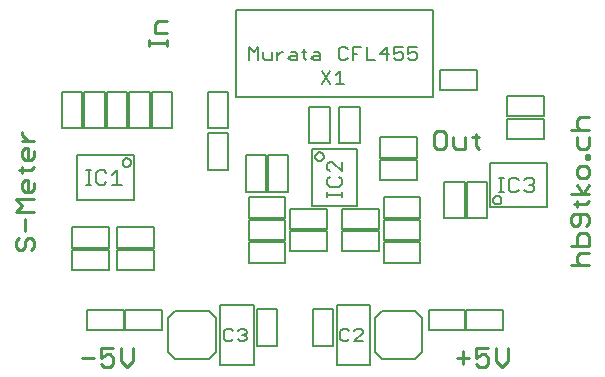
<source format=gto>
G75*
%MOIN*%
%OFA0B0*%
%FSLAX25Y25*%
%IPPOS*%
%LPD*%
%AMOC8*
5,1,8,0,0,1.08239X$1,22.5*
%
%ADD10C,0.00900*%
%ADD11C,0.00591*%
%ADD12C,0.00700*%
%ADD13C,0.00500*%
D10*
X0051251Y0033434D02*
X0055321Y0033434D01*
X0057696Y0033434D02*
X0057696Y0036486D01*
X0061767Y0036486D01*
X0060749Y0034451D02*
X0059731Y0034451D01*
X0057696Y0033434D01*
X0060749Y0034451D02*
X0061767Y0033434D01*
X0061767Y0031399D01*
X0060749Y0030381D01*
X0058714Y0030381D01*
X0057696Y0031399D01*
X0064142Y0032416D02*
X0066177Y0030381D01*
X0068212Y0032416D01*
X0068212Y0036486D01*
X0064142Y0036486D02*
X0064142Y0032416D01*
X0034313Y0069144D02*
X0035330Y0070161D01*
X0035330Y0072196D01*
X0034313Y0073214D01*
X0033295Y0073214D01*
X0032278Y0072196D01*
X0032278Y0070161D01*
X0031260Y0069144D01*
X0030243Y0069144D01*
X0029225Y0070161D01*
X0029225Y0072196D01*
X0030243Y0073214D01*
X0032278Y0075589D02*
X0032278Y0079659D01*
X0035330Y0082035D02*
X0029225Y0082035D01*
X0031260Y0084070D01*
X0029225Y0086105D01*
X0035330Y0086105D01*
X0034313Y0088480D02*
X0032278Y0088480D01*
X0031260Y0089498D01*
X0031260Y0091533D01*
X0032278Y0092550D01*
X0033295Y0092550D01*
X0033295Y0088480D01*
X0034313Y0088480D02*
X0035330Y0089498D01*
X0035330Y0091533D01*
X0034313Y0095943D02*
X0030243Y0095943D01*
X0031260Y0094926D02*
X0031260Y0096961D01*
X0032278Y0099223D02*
X0031260Y0100240D01*
X0031260Y0102275D01*
X0032278Y0103293D01*
X0033295Y0103293D01*
X0033295Y0099223D01*
X0032278Y0099223D02*
X0034313Y0099223D01*
X0035330Y0100240D01*
X0035330Y0102275D01*
X0035330Y0105668D02*
X0031260Y0105668D01*
X0033295Y0105668D02*
X0031260Y0107703D01*
X0031260Y0108721D01*
X0035330Y0096961D02*
X0034313Y0095943D01*
X0073664Y0137260D02*
X0073664Y0139295D01*
X0073664Y0138277D02*
X0079769Y0138277D01*
X0079769Y0137260D02*
X0079769Y0139295D01*
X0079769Y0141557D02*
X0075699Y0141557D01*
X0075699Y0144609D01*
X0076717Y0145627D01*
X0079769Y0145627D01*
X0168575Y0107969D02*
X0168575Y0103899D01*
X0169593Y0102881D01*
X0171628Y0102881D01*
X0172645Y0103899D01*
X0172645Y0107969D01*
X0171628Y0108986D01*
X0169593Y0108986D01*
X0168575Y0107969D01*
X0175021Y0106951D02*
X0175021Y0103899D01*
X0176038Y0102881D01*
X0179091Y0102881D01*
X0179091Y0106951D01*
X0181466Y0106951D02*
X0183501Y0106951D01*
X0182484Y0107969D02*
X0182484Y0103899D01*
X0183501Y0102881D01*
X0214264Y0109428D02*
X0220370Y0109428D01*
X0220370Y0107053D02*
X0220370Y0104000D01*
X0219352Y0102983D01*
X0217317Y0102983D01*
X0216299Y0104000D01*
X0216299Y0107053D01*
X0217317Y0109428D02*
X0216299Y0110446D01*
X0216299Y0112481D01*
X0217317Y0113498D01*
X0220370Y0113498D01*
X0220370Y0100777D02*
X0219352Y0100777D01*
X0219352Y0099760D01*
X0220370Y0099760D01*
X0220370Y0100777D01*
X0219352Y0097385D02*
X0217317Y0097385D01*
X0216299Y0096367D01*
X0216299Y0094332D01*
X0217317Y0093314D01*
X0219352Y0093314D01*
X0220370Y0094332D01*
X0220370Y0096367D01*
X0219352Y0097385D01*
X0220370Y0090996D02*
X0218334Y0087943D01*
X0216299Y0090996D01*
X0214264Y0087943D02*
X0220370Y0087943D01*
X0220370Y0085681D02*
X0219352Y0084664D01*
X0215282Y0084664D01*
X0216299Y0083646D02*
X0216299Y0085681D01*
X0215282Y0081271D02*
X0214264Y0080253D01*
X0214264Y0078218D01*
X0215282Y0077201D01*
X0216299Y0077201D01*
X0217317Y0078218D01*
X0217317Y0081271D01*
X0219352Y0081271D02*
X0215282Y0081271D01*
X0219352Y0081271D02*
X0220370Y0080253D01*
X0220370Y0078218D01*
X0219352Y0077201D01*
X0219352Y0074825D02*
X0217317Y0074825D01*
X0216299Y0073808D01*
X0216299Y0070755D01*
X0214264Y0070755D02*
X0220370Y0070755D01*
X0220370Y0073808D01*
X0219352Y0074825D01*
X0220370Y0068380D02*
X0217317Y0068380D01*
X0216299Y0067362D01*
X0216299Y0065327D01*
X0217317Y0064310D01*
X0214264Y0064310D02*
X0220370Y0064310D01*
X0193212Y0036486D02*
X0193212Y0032416D01*
X0191177Y0030381D01*
X0189142Y0032416D01*
X0189142Y0036486D01*
X0186767Y0036486D02*
X0182696Y0036486D01*
X0182696Y0033434D01*
X0184731Y0034451D01*
X0185749Y0034451D01*
X0186767Y0033434D01*
X0186767Y0031399D01*
X0185749Y0030381D01*
X0183714Y0030381D01*
X0182696Y0031399D01*
X0180321Y0033434D02*
X0176251Y0033434D01*
X0178286Y0035469D02*
X0178286Y0031399D01*
D11*
X0179072Y0042585D02*
X0166867Y0042585D01*
X0166867Y0049278D01*
X0179072Y0049278D01*
X0179072Y0042585D01*
X0179367Y0042585D02*
X0191572Y0042585D01*
X0191572Y0049278D01*
X0179367Y0049278D01*
X0179367Y0042585D01*
X0164072Y0065085D02*
X0151867Y0065085D01*
X0151867Y0071778D01*
X0164072Y0071778D01*
X0164072Y0065085D01*
X0164072Y0072585D02*
X0164072Y0079278D01*
X0151867Y0079278D01*
X0151867Y0072585D01*
X0164072Y0072585D01*
X0164072Y0080085D02*
X0164072Y0086778D01*
X0151867Y0086778D01*
X0151867Y0080085D01*
X0164072Y0080085D01*
X0172123Y0079829D02*
X0178816Y0079829D01*
X0178816Y0092033D01*
X0172123Y0092033D01*
X0172123Y0079829D01*
X0179623Y0079829D02*
X0186316Y0079829D01*
X0186316Y0092033D01*
X0179623Y0092033D01*
X0179623Y0079829D01*
X0187270Y0083451D02*
X0187270Y0098411D01*
X0206168Y0098411D01*
X0206168Y0083451D01*
X0187270Y0083451D01*
X0188305Y0085931D02*
X0188307Y0086006D01*
X0188313Y0086080D01*
X0188323Y0086154D01*
X0188336Y0086227D01*
X0188354Y0086300D01*
X0188375Y0086371D01*
X0188400Y0086442D01*
X0188429Y0086511D01*
X0188462Y0086578D01*
X0188498Y0086643D01*
X0188537Y0086707D01*
X0188579Y0086768D01*
X0188625Y0086827D01*
X0188674Y0086884D01*
X0188726Y0086937D01*
X0188780Y0086988D01*
X0188837Y0087037D01*
X0188897Y0087081D01*
X0188959Y0087123D01*
X0189023Y0087162D01*
X0189089Y0087197D01*
X0189156Y0087228D01*
X0189226Y0087256D01*
X0189296Y0087280D01*
X0189368Y0087301D01*
X0189441Y0087317D01*
X0189514Y0087330D01*
X0189589Y0087339D01*
X0189663Y0087344D01*
X0189738Y0087345D01*
X0189812Y0087342D01*
X0189887Y0087335D01*
X0189960Y0087324D01*
X0190034Y0087310D01*
X0190106Y0087291D01*
X0190177Y0087269D01*
X0190247Y0087243D01*
X0190316Y0087213D01*
X0190382Y0087180D01*
X0190447Y0087143D01*
X0190510Y0087103D01*
X0190571Y0087059D01*
X0190629Y0087013D01*
X0190685Y0086963D01*
X0190738Y0086911D01*
X0190789Y0086856D01*
X0190836Y0086798D01*
X0190880Y0086738D01*
X0190921Y0086675D01*
X0190959Y0086611D01*
X0190993Y0086545D01*
X0191024Y0086476D01*
X0191051Y0086407D01*
X0191074Y0086336D01*
X0191093Y0086264D01*
X0191109Y0086191D01*
X0191121Y0086117D01*
X0191129Y0086043D01*
X0191133Y0085968D01*
X0191133Y0085894D01*
X0191129Y0085819D01*
X0191121Y0085745D01*
X0191109Y0085671D01*
X0191093Y0085598D01*
X0191074Y0085526D01*
X0191051Y0085455D01*
X0191024Y0085386D01*
X0190993Y0085317D01*
X0190959Y0085251D01*
X0190921Y0085187D01*
X0190880Y0085124D01*
X0190836Y0085064D01*
X0190789Y0085006D01*
X0190738Y0084951D01*
X0190685Y0084899D01*
X0190629Y0084849D01*
X0190571Y0084803D01*
X0190510Y0084759D01*
X0190447Y0084719D01*
X0190382Y0084682D01*
X0190316Y0084649D01*
X0190247Y0084619D01*
X0190177Y0084593D01*
X0190106Y0084571D01*
X0190034Y0084552D01*
X0189960Y0084538D01*
X0189887Y0084527D01*
X0189812Y0084520D01*
X0189738Y0084517D01*
X0189663Y0084518D01*
X0189589Y0084523D01*
X0189514Y0084532D01*
X0189441Y0084545D01*
X0189368Y0084561D01*
X0189296Y0084582D01*
X0189226Y0084606D01*
X0189156Y0084634D01*
X0189089Y0084665D01*
X0189023Y0084700D01*
X0188959Y0084739D01*
X0188897Y0084781D01*
X0188837Y0084825D01*
X0188780Y0084874D01*
X0188726Y0084925D01*
X0188674Y0084978D01*
X0188625Y0085035D01*
X0188579Y0085094D01*
X0188537Y0085155D01*
X0188498Y0085219D01*
X0188462Y0085284D01*
X0188429Y0085351D01*
X0188400Y0085420D01*
X0188375Y0085491D01*
X0188354Y0085562D01*
X0188336Y0085635D01*
X0188323Y0085708D01*
X0188313Y0085782D01*
X0188307Y0085856D01*
X0188305Y0085931D01*
X0162822Y0092585D02*
X0162822Y0099278D01*
X0150617Y0099278D01*
X0150617Y0092585D01*
X0162822Y0092585D01*
X0162822Y0100085D02*
X0150617Y0100085D01*
X0150617Y0106778D01*
X0162822Y0106778D01*
X0162822Y0100085D01*
X0143816Y0104829D02*
X0143816Y0117033D01*
X0137123Y0117033D01*
X0137123Y0104829D01*
X0143816Y0104829D01*
X0142949Y0102880D02*
X0142949Y0083982D01*
X0127989Y0083982D01*
X0127989Y0102880D01*
X0142949Y0102880D01*
X0133816Y0104829D02*
X0127123Y0104829D01*
X0127123Y0117033D01*
X0133816Y0117033D01*
X0133816Y0104829D01*
X0129055Y0100431D02*
X0129057Y0100506D01*
X0129063Y0100580D01*
X0129073Y0100654D01*
X0129086Y0100727D01*
X0129104Y0100800D01*
X0129125Y0100871D01*
X0129150Y0100942D01*
X0129179Y0101011D01*
X0129212Y0101078D01*
X0129248Y0101143D01*
X0129287Y0101207D01*
X0129329Y0101268D01*
X0129375Y0101327D01*
X0129424Y0101384D01*
X0129476Y0101437D01*
X0129530Y0101488D01*
X0129587Y0101537D01*
X0129647Y0101581D01*
X0129709Y0101623D01*
X0129773Y0101662D01*
X0129839Y0101697D01*
X0129906Y0101728D01*
X0129976Y0101756D01*
X0130046Y0101780D01*
X0130118Y0101801D01*
X0130191Y0101817D01*
X0130264Y0101830D01*
X0130339Y0101839D01*
X0130413Y0101844D01*
X0130488Y0101845D01*
X0130562Y0101842D01*
X0130637Y0101835D01*
X0130710Y0101824D01*
X0130784Y0101810D01*
X0130856Y0101791D01*
X0130927Y0101769D01*
X0130997Y0101743D01*
X0131066Y0101713D01*
X0131132Y0101680D01*
X0131197Y0101643D01*
X0131260Y0101603D01*
X0131321Y0101559D01*
X0131379Y0101513D01*
X0131435Y0101463D01*
X0131488Y0101411D01*
X0131539Y0101356D01*
X0131586Y0101298D01*
X0131630Y0101238D01*
X0131671Y0101175D01*
X0131709Y0101111D01*
X0131743Y0101045D01*
X0131774Y0100976D01*
X0131801Y0100907D01*
X0131824Y0100836D01*
X0131843Y0100764D01*
X0131859Y0100691D01*
X0131871Y0100617D01*
X0131879Y0100543D01*
X0131883Y0100468D01*
X0131883Y0100394D01*
X0131879Y0100319D01*
X0131871Y0100245D01*
X0131859Y0100171D01*
X0131843Y0100098D01*
X0131824Y0100026D01*
X0131801Y0099955D01*
X0131774Y0099886D01*
X0131743Y0099817D01*
X0131709Y0099751D01*
X0131671Y0099687D01*
X0131630Y0099624D01*
X0131586Y0099564D01*
X0131539Y0099506D01*
X0131488Y0099451D01*
X0131435Y0099399D01*
X0131379Y0099349D01*
X0131321Y0099303D01*
X0131260Y0099259D01*
X0131197Y0099219D01*
X0131132Y0099182D01*
X0131066Y0099149D01*
X0130997Y0099119D01*
X0130927Y0099093D01*
X0130856Y0099071D01*
X0130784Y0099052D01*
X0130710Y0099038D01*
X0130637Y0099027D01*
X0130562Y0099020D01*
X0130488Y0099017D01*
X0130413Y0099018D01*
X0130339Y0099023D01*
X0130264Y0099032D01*
X0130191Y0099045D01*
X0130118Y0099061D01*
X0130046Y0099082D01*
X0129976Y0099106D01*
X0129906Y0099134D01*
X0129839Y0099165D01*
X0129773Y0099200D01*
X0129709Y0099239D01*
X0129647Y0099281D01*
X0129587Y0099325D01*
X0129530Y0099374D01*
X0129476Y0099425D01*
X0129424Y0099478D01*
X0129375Y0099535D01*
X0129329Y0099594D01*
X0129287Y0099655D01*
X0129248Y0099719D01*
X0129212Y0099784D01*
X0129179Y0099851D01*
X0129150Y0099920D01*
X0129125Y0099991D01*
X0129104Y0100062D01*
X0129086Y0100135D01*
X0129073Y0100208D01*
X0129063Y0100282D01*
X0129057Y0100356D01*
X0129055Y0100431D01*
X0120066Y0100783D02*
X0113373Y0100783D01*
X0113373Y0088579D01*
X0120066Y0088579D01*
X0120066Y0100783D01*
X0112566Y0100783D02*
X0105873Y0100783D01*
X0105873Y0088579D01*
X0112566Y0088579D01*
X0112566Y0100783D01*
X0100066Y0096079D02*
X0093373Y0096079D01*
X0093373Y0108283D01*
X0100066Y0108283D01*
X0100066Y0096079D01*
X0106867Y0086778D02*
X0106867Y0080085D01*
X0119072Y0080085D01*
X0119072Y0086778D01*
X0106867Y0086778D01*
X0106867Y0079278D02*
X0106867Y0072585D01*
X0119072Y0072585D01*
X0119072Y0079278D01*
X0106867Y0079278D01*
X0106867Y0071778D02*
X0106867Y0065085D01*
X0119072Y0065085D01*
X0119072Y0071778D01*
X0106867Y0071778D01*
X0120617Y0068835D02*
X0120617Y0075528D01*
X0132822Y0075528D01*
X0132822Y0068835D01*
X0120617Y0068835D01*
X0120617Y0076335D02*
X0120617Y0083028D01*
X0132822Y0083028D01*
X0132822Y0076335D01*
X0120617Y0076335D01*
X0138117Y0076335D02*
X0150322Y0076335D01*
X0150322Y0083028D01*
X0138117Y0083028D01*
X0138117Y0076335D01*
X0138117Y0075528D02*
X0138117Y0068835D01*
X0150322Y0068835D01*
X0150322Y0075528D01*
X0138117Y0075528D01*
X0136207Y0050774D02*
X0147231Y0050774D01*
X0147231Y0031089D01*
X0136207Y0031089D01*
X0136207Y0050774D01*
X0135066Y0049533D02*
X0128373Y0049533D01*
X0128373Y0037329D01*
X0135066Y0037329D01*
X0135066Y0049533D01*
X0116316Y0049533D02*
X0116316Y0037329D01*
X0109623Y0037329D01*
X0109623Y0049533D01*
X0116316Y0049533D01*
X0108481Y0050774D02*
X0108481Y0031089D01*
X0097457Y0031089D01*
X0097457Y0050774D01*
X0108481Y0050774D01*
X0077822Y0049278D02*
X0077822Y0042585D01*
X0065617Y0042585D01*
X0065617Y0049278D01*
X0077822Y0049278D01*
X0065322Y0049278D02*
X0065322Y0042585D01*
X0053117Y0042585D01*
X0053117Y0049278D01*
X0065322Y0049278D01*
X0063117Y0062585D02*
X0075322Y0062585D01*
X0075322Y0069278D01*
X0063117Y0069278D01*
X0063117Y0062585D01*
X0060322Y0062585D02*
X0060322Y0069278D01*
X0048117Y0069278D01*
X0048117Y0062585D01*
X0060322Y0062585D01*
X0060322Y0070085D02*
X0048117Y0070085D01*
X0048117Y0076778D01*
X0060322Y0076778D01*
X0060322Y0070085D01*
X0063117Y0070085D02*
X0063117Y0076778D01*
X0075322Y0076778D01*
X0075322Y0070085D01*
X0063117Y0070085D01*
X0068668Y0085951D02*
X0049770Y0085951D01*
X0049770Y0100911D01*
X0068668Y0100911D01*
X0068668Y0085951D01*
X0064805Y0098431D02*
X0064807Y0098506D01*
X0064813Y0098580D01*
X0064823Y0098654D01*
X0064836Y0098727D01*
X0064854Y0098800D01*
X0064875Y0098871D01*
X0064900Y0098942D01*
X0064929Y0099011D01*
X0064962Y0099078D01*
X0064998Y0099143D01*
X0065037Y0099207D01*
X0065079Y0099268D01*
X0065125Y0099327D01*
X0065174Y0099384D01*
X0065226Y0099437D01*
X0065280Y0099488D01*
X0065337Y0099537D01*
X0065397Y0099581D01*
X0065459Y0099623D01*
X0065523Y0099662D01*
X0065589Y0099697D01*
X0065656Y0099728D01*
X0065726Y0099756D01*
X0065796Y0099780D01*
X0065868Y0099801D01*
X0065941Y0099817D01*
X0066014Y0099830D01*
X0066089Y0099839D01*
X0066163Y0099844D01*
X0066238Y0099845D01*
X0066312Y0099842D01*
X0066387Y0099835D01*
X0066460Y0099824D01*
X0066534Y0099810D01*
X0066606Y0099791D01*
X0066677Y0099769D01*
X0066747Y0099743D01*
X0066816Y0099713D01*
X0066882Y0099680D01*
X0066947Y0099643D01*
X0067010Y0099603D01*
X0067071Y0099559D01*
X0067129Y0099513D01*
X0067185Y0099463D01*
X0067238Y0099411D01*
X0067289Y0099356D01*
X0067336Y0099298D01*
X0067380Y0099238D01*
X0067421Y0099175D01*
X0067459Y0099111D01*
X0067493Y0099045D01*
X0067524Y0098976D01*
X0067551Y0098907D01*
X0067574Y0098836D01*
X0067593Y0098764D01*
X0067609Y0098691D01*
X0067621Y0098617D01*
X0067629Y0098543D01*
X0067633Y0098468D01*
X0067633Y0098394D01*
X0067629Y0098319D01*
X0067621Y0098245D01*
X0067609Y0098171D01*
X0067593Y0098098D01*
X0067574Y0098026D01*
X0067551Y0097955D01*
X0067524Y0097886D01*
X0067493Y0097817D01*
X0067459Y0097751D01*
X0067421Y0097687D01*
X0067380Y0097624D01*
X0067336Y0097564D01*
X0067289Y0097506D01*
X0067238Y0097451D01*
X0067185Y0097399D01*
X0067129Y0097349D01*
X0067071Y0097303D01*
X0067010Y0097259D01*
X0066947Y0097219D01*
X0066882Y0097182D01*
X0066816Y0097149D01*
X0066747Y0097119D01*
X0066677Y0097093D01*
X0066606Y0097071D01*
X0066534Y0097052D01*
X0066460Y0097038D01*
X0066387Y0097027D01*
X0066312Y0097020D01*
X0066238Y0097017D01*
X0066163Y0097018D01*
X0066089Y0097023D01*
X0066014Y0097032D01*
X0065941Y0097045D01*
X0065868Y0097061D01*
X0065796Y0097082D01*
X0065726Y0097106D01*
X0065656Y0097134D01*
X0065589Y0097165D01*
X0065523Y0097200D01*
X0065459Y0097239D01*
X0065397Y0097281D01*
X0065337Y0097325D01*
X0065280Y0097374D01*
X0065226Y0097425D01*
X0065174Y0097478D01*
X0065125Y0097535D01*
X0065079Y0097594D01*
X0065037Y0097655D01*
X0064998Y0097719D01*
X0064962Y0097784D01*
X0064929Y0097851D01*
X0064900Y0097920D01*
X0064875Y0097991D01*
X0064854Y0098062D01*
X0064836Y0098135D01*
X0064823Y0098208D01*
X0064813Y0098282D01*
X0064807Y0098356D01*
X0064805Y0098431D01*
X0066316Y0109829D02*
X0059623Y0109829D01*
X0059623Y0122033D01*
X0066316Y0122033D01*
X0066316Y0109829D01*
X0067123Y0109829D02*
X0073816Y0109829D01*
X0073816Y0122033D01*
X0067123Y0122033D01*
X0067123Y0109829D01*
X0074623Y0109829D02*
X0081316Y0109829D01*
X0081316Y0122033D01*
X0074623Y0122033D01*
X0074623Y0109829D01*
X0058816Y0109829D02*
X0052123Y0109829D01*
X0052123Y0122033D01*
X0058816Y0122033D01*
X0058816Y0109829D01*
X0051316Y0109829D02*
X0051316Y0122033D01*
X0044623Y0122033D01*
X0044623Y0109829D01*
X0051316Y0109829D01*
X0093373Y0109829D02*
X0100066Y0109829D01*
X0100066Y0122033D01*
X0093373Y0122033D01*
X0093373Y0109829D01*
X0102792Y0120114D02*
X0102792Y0149248D01*
X0168146Y0149248D01*
X0168146Y0120114D01*
X0102792Y0120114D01*
X0170617Y0122585D02*
X0182822Y0122585D01*
X0182822Y0129278D01*
X0170617Y0129278D01*
X0170617Y0122585D01*
X0193117Y0120528D02*
X0193117Y0113835D01*
X0205322Y0113835D01*
X0205322Y0120528D01*
X0193117Y0120528D01*
X0193117Y0113028D02*
X0193117Y0106335D01*
X0205322Y0106335D01*
X0205322Y0113028D01*
X0193117Y0113028D01*
D12*
X0191829Y0093385D02*
X0190194Y0093385D01*
X0191011Y0093385D02*
X0191011Y0088481D01*
X0190194Y0088481D02*
X0191829Y0088481D01*
X0193632Y0089298D02*
X0194449Y0088481D01*
X0196084Y0088481D01*
X0196901Y0089298D01*
X0198788Y0089298D02*
X0199605Y0088481D01*
X0201240Y0088481D01*
X0202057Y0089298D01*
X0202057Y0090116D01*
X0201240Y0090933D01*
X0200423Y0090933D01*
X0201240Y0090933D02*
X0202057Y0091751D01*
X0202057Y0092568D01*
X0201240Y0093385D01*
X0199605Y0093385D01*
X0198788Y0092568D01*
X0196901Y0092568D02*
X0196084Y0093385D01*
X0194449Y0093385D01*
X0193632Y0092568D01*
X0193632Y0089298D01*
X0137919Y0088541D02*
X0137919Y0086906D01*
X0137919Y0087723D02*
X0133015Y0087723D01*
X0133015Y0086906D02*
X0133015Y0088541D01*
X0133832Y0090343D02*
X0137102Y0090343D01*
X0137919Y0091161D01*
X0137919Y0092796D01*
X0137102Y0093613D01*
X0137919Y0095500D02*
X0134650Y0098769D01*
X0133832Y0098769D01*
X0133015Y0097952D01*
X0133015Y0096317D01*
X0133832Y0095500D01*
X0133832Y0093613D02*
X0133015Y0092796D01*
X0133015Y0091161D01*
X0133832Y0090343D01*
X0137919Y0095500D02*
X0137919Y0098769D01*
X0137254Y0124657D02*
X0137254Y0128961D01*
X0135819Y0127526D01*
X0134084Y0128961D02*
X0131215Y0124657D01*
X0134084Y0124657D02*
X0131215Y0128961D01*
X0130631Y0132531D02*
X0128479Y0132531D01*
X0127762Y0133248D01*
X0128479Y0133966D01*
X0130631Y0133966D01*
X0130631Y0134683D02*
X0130631Y0132531D01*
X0130631Y0134683D02*
X0129914Y0135400D01*
X0128479Y0135400D01*
X0126127Y0135400D02*
X0124693Y0135400D01*
X0125410Y0136117D02*
X0125410Y0133248D01*
X0126127Y0132531D01*
X0122958Y0132531D02*
X0122958Y0134683D01*
X0122241Y0135400D01*
X0120806Y0135400D01*
X0120806Y0133966D02*
X0122958Y0133966D01*
X0122958Y0132531D02*
X0120806Y0132531D01*
X0120089Y0133248D01*
X0120806Y0133966D01*
X0118404Y0135400D02*
X0117687Y0135400D01*
X0116252Y0133966D01*
X0116252Y0135400D02*
X0116252Y0132531D01*
X0114518Y0132531D02*
X0114518Y0135400D01*
X0111648Y0135400D02*
X0111648Y0133248D01*
X0112366Y0132531D01*
X0114518Y0132531D01*
X0109914Y0132531D02*
X0109914Y0136835D01*
X0108479Y0135400D01*
X0107045Y0136835D01*
X0107045Y0132531D01*
X0135819Y0124657D02*
X0138688Y0124657D01*
X0139122Y0132531D02*
X0139839Y0133248D01*
X0139122Y0132531D02*
X0137687Y0132531D01*
X0136970Y0133248D01*
X0136970Y0136117D01*
X0137687Y0136835D01*
X0139122Y0136835D01*
X0139839Y0136117D01*
X0141574Y0136835D02*
X0144443Y0136835D01*
X0146178Y0136835D02*
X0146178Y0132531D01*
X0149047Y0132531D01*
X0150782Y0134683D02*
X0153651Y0134683D01*
X0155386Y0134683D02*
X0156820Y0135400D01*
X0157538Y0135400D01*
X0158255Y0134683D01*
X0158255Y0133248D01*
X0157538Y0132531D01*
X0156103Y0132531D01*
X0155386Y0133248D01*
X0155386Y0134683D02*
X0155386Y0136835D01*
X0158255Y0136835D01*
X0159990Y0136835D02*
X0159990Y0134683D01*
X0161424Y0135400D01*
X0162142Y0135400D01*
X0162859Y0134683D01*
X0162859Y0133248D01*
X0162142Y0132531D01*
X0160707Y0132531D01*
X0159990Y0133248D01*
X0159990Y0136835D02*
X0162859Y0136835D01*
X0152934Y0136835D02*
X0152934Y0132531D01*
X0150782Y0134683D02*
X0152934Y0136835D01*
X0143009Y0134683D02*
X0141574Y0134683D01*
X0141574Y0132531D02*
X0141574Y0136835D01*
X0062923Y0095885D02*
X0062923Y0090981D01*
X0064557Y0090981D02*
X0061288Y0090981D01*
X0059401Y0091798D02*
X0058584Y0090981D01*
X0056949Y0090981D01*
X0056132Y0091798D01*
X0056132Y0095068D01*
X0056949Y0095885D01*
X0058584Y0095885D01*
X0059401Y0095068D01*
X0061288Y0094251D02*
X0062923Y0095885D01*
X0054329Y0095885D02*
X0052694Y0095885D01*
X0053511Y0095885D02*
X0053511Y0090981D01*
X0052694Y0090981D02*
X0054329Y0090981D01*
X0099432Y0043085D02*
X0098715Y0042367D01*
X0098715Y0039498D01*
X0099432Y0038781D01*
X0100867Y0038781D01*
X0101584Y0039498D01*
X0103319Y0039498D02*
X0104036Y0038781D01*
X0105471Y0038781D01*
X0106188Y0039498D01*
X0106188Y0040216D01*
X0105471Y0040933D01*
X0104754Y0040933D01*
X0105471Y0040933D02*
X0106188Y0041650D01*
X0106188Y0042367D01*
X0105471Y0043085D01*
X0104036Y0043085D01*
X0103319Y0042367D01*
X0101584Y0042367D02*
X0100867Y0043085D01*
X0099432Y0043085D01*
X0137465Y0042367D02*
X0137465Y0039498D01*
X0138183Y0038781D01*
X0139617Y0038781D01*
X0140334Y0039498D01*
X0142069Y0038781D02*
X0144938Y0041650D01*
X0144938Y0042367D01*
X0144221Y0043085D01*
X0142786Y0043085D01*
X0142069Y0042367D01*
X0140334Y0042367D02*
X0139617Y0043085D01*
X0138183Y0043085D01*
X0137465Y0042367D01*
X0142069Y0038781D02*
X0144938Y0038781D01*
D13*
X0148845Y0035419D02*
X0148845Y0046443D01*
X0151207Y0048805D01*
X0162231Y0048805D01*
X0164593Y0046443D01*
X0164593Y0035419D01*
X0162231Y0033057D01*
X0151207Y0033057D01*
X0148845Y0035419D01*
X0095843Y0035419D02*
X0095843Y0046443D01*
X0093481Y0048805D01*
X0082457Y0048805D01*
X0080095Y0046443D01*
X0080095Y0035419D01*
X0082457Y0033057D01*
X0093481Y0033057D01*
X0095843Y0035419D01*
M02*

</source>
